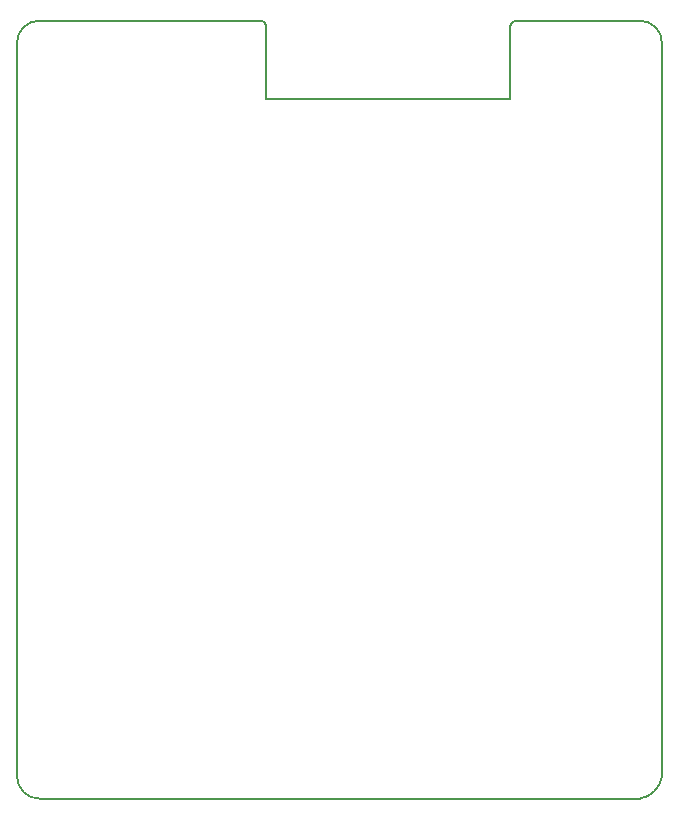
<source format=gbr>
G04 DipTrace 3.3.1.3*
G04 BoardOutline.gbr*
%MOIN*%
G04 #@! TF.FileFunction,Profile*
G04 #@! TF.Part,Single*
%ADD11C,0.005512*%
%FSLAX26Y26*%
G04*
G70*
G90*
G75*
G01*
G04 BoardOutline*
%LPD*%
X393703Y468703D2*
D11*
G03X468703Y393703I74374J-626D01*
G01*
X2468703D1*
G03X2543703Y468703I-12500J87500D01*
G01*
Y2912453D1*
G03X2468703Y2987454I-74376J625D01*
G01*
X2056203D1*
G03X2037453Y2968703I3127J-21878D01*
G01*
Y2724954D1*
X1224953D1*
Y2968703D1*
G03X1206203Y2987454I-21875J-3124D01*
G01*
X468703D1*
G03X393703Y2912453I-624J-74376D01*
G01*
Y468703D1*
M02*

</source>
